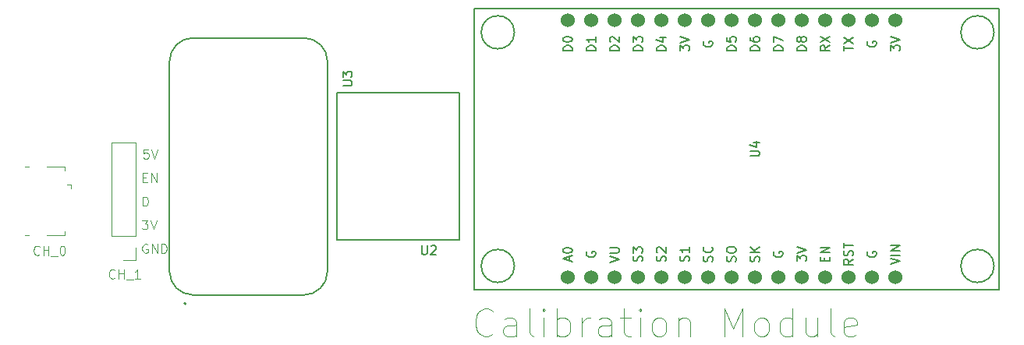
<source format=gbr>
%TF.GenerationSoftware,KiCad,Pcbnew,8.0.4*%
%TF.CreationDate,2024-08-26T16:43:06+08:00*%
%TF.ProjectId,ESP8266_Calib_Module,45535038-3236-4365-9f43-616c69625f4d,rev?*%
%TF.SameCoordinates,Original*%
%TF.FileFunction,Legend,Top*%
%TF.FilePolarity,Positive*%
%FSLAX46Y46*%
G04 Gerber Fmt 4.6, Leading zero omitted, Abs format (unit mm)*
G04 Created by KiCad (PCBNEW 8.0.4) date 2024-08-26 16:43:06*
%MOMM*%
%LPD*%
G01*
G04 APERTURE LIST*
%ADD10C,0.100000*%
%ADD11C,0.150000*%
%ADD12C,0.127000*%
%ADD13C,0.120000*%
%ADD14C,0.200000*%
%ADD15C,1.524000*%
G04 APERTURE END LIST*
D10*
X75794360Y-66066942D02*
X75651503Y-66209800D01*
X75651503Y-66209800D02*
X75222931Y-66352657D01*
X75222931Y-66352657D02*
X74937217Y-66352657D01*
X74937217Y-66352657D02*
X74508646Y-66209800D01*
X74508646Y-66209800D02*
X74222931Y-65924085D01*
X74222931Y-65924085D02*
X74080074Y-65638371D01*
X74080074Y-65638371D02*
X73937217Y-65066942D01*
X73937217Y-65066942D02*
X73937217Y-64638371D01*
X73937217Y-64638371D02*
X74080074Y-64066942D01*
X74080074Y-64066942D02*
X74222931Y-63781228D01*
X74222931Y-63781228D02*
X74508646Y-63495514D01*
X74508646Y-63495514D02*
X74937217Y-63352657D01*
X74937217Y-63352657D02*
X75222931Y-63352657D01*
X75222931Y-63352657D02*
X75651503Y-63495514D01*
X75651503Y-63495514D02*
X75794360Y-63638371D01*
X78365789Y-66352657D02*
X78365789Y-64781228D01*
X78365789Y-64781228D02*
X78222931Y-64495514D01*
X78222931Y-64495514D02*
X77937217Y-64352657D01*
X77937217Y-64352657D02*
X77365789Y-64352657D01*
X77365789Y-64352657D02*
X77080074Y-64495514D01*
X78365789Y-66209800D02*
X78080074Y-66352657D01*
X78080074Y-66352657D02*
X77365789Y-66352657D01*
X77365789Y-66352657D02*
X77080074Y-66209800D01*
X77080074Y-66209800D02*
X76937217Y-65924085D01*
X76937217Y-65924085D02*
X76937217Y-65638371D01*
X76937217Y-65638371D02*
X77080074Y-65352657D01*
X77080074Y-65352657D02*
X77365789Y-65209800D01*
X77365789Y-65209800D02*
X78080074Y-65209800D01*
X78080074Y-65209800D02*
X78365789Y-65066942D01*
X80222932Y-66352657D02*
X79937217Y-66209800D01*
X79937217Y-66209800D02*
X79794360Y-65924085D01*
X79794360Y-65924085D02*
X79794360Y-63352657D01*
X81365789Y-66352657D02*
X81365789Y-64352657D01*
X81365789Y-63352657D02*
X81222932Y-63495514D01*
X81222932Y-63495514D02*
X81365789Y-63638371D01*
X81365789Y-63638371D02*
X81508646Y-63495514D01*
X81508646Y-63495514D02*
X81365789Y-63352657D01*
X81365789Y-63352657D02*
X81365789Y-63638371D01*
X82794360Y-66352657D02*
X82794360Y-63352657D01*
X82794360Y-64495514D02*
X83080075Y-64352657D01*
X83080075Y-64352657D02*
X83651503Y-64352657D01*
X83651503Y-64352657D02*
X83937217Y-64495514D01*
X83937217Y-64495514D02*
X84080075Y-64638371D01*
X84080075Y-64638371D02*
X84222932Y-64924085D01*
X84222932Y-64924085D02*
X84222932Y-65781228D01*
X84222932Y-65781228D02*
X84080075Y-66066942D01*
X84080075Y-66066942D02*
X83937217Y-66209800D01*
X83937217Y-66209800D02*
X83651503Y-66352657D01*
X83651503Y-66352657D02*
X83080075Y-66352657D01*
X83080075Y-66352657D02*
X82794360Y-66209800D01*
X85508646Y-66352657D02*
X85508646Y-64352657D01*
X85508646Y-64924085D02*
X85651503Y-64638371D01*
X85651503Y-64638371D02*
X85794361Y-64495514D01*
X85794361Y-64495514D02*
X86080075Y-64352657D01*
X86080075Y-64352657D02*
X86365789Y-64352657D01*
X88651504Y-66352657D02*
X88651504Y-64781228D01*
X88651504Y-64781228D02*
X88508646Y-64495514D01*
X88508646Y-64495514D02*
X88222932Y-64352657D01*
X88222932Y-64352657D02*
X87651504Y-64352657D01*
X87651504Y-64352657D02*
X87365789Y-64495514D01*
X88651504Y-66209800D02*
X88365789Y-66352657D01*
X88365789Y-66352657D02*
X87651504Y-66352657D01*
X87651504Y-66352657D02*
X87365789Y-66209800D01*
X87365789Y-66209800D02*
X87222932Y-65924085D01*
X87222932Y-65924085D02*
X87222932Y-65638371D01*
X87222932Y-65638371D02*
X87365789Y-65352657D01*
X87365789Y-65352657D02*
X87651504Y-65209800D01*
X87651504Y-65209800D02*
X88365789Y-65209800D01*
X88365789Y-65209800D02*
X88651504Y-65066942D01*
X89651504Y-64352657D02*
X90794361Y-64352657D01*
X90080075Y-63352657D02*
X90080075Y-65924085D01*
X90080075Y-65924085D02*
X90222932Y-66209800D01*
X90222932Y-66209800D02*
X90508647Y-66352657D01*
X90508647Y-66352657D02*
X90794361Y-66352657D01*
X91794361Y-66352657D02*
X91794361Y-64352657D01*
X91794361Y-63352657D02*
X91651504Y-63495514D01*
X91651504Y-63495514D02*
X91794361Y-63638371D01*
X91794361Y-63638371D02*
X91937218Y-63495514D01*
X91937218Y-63495514D02*
X91794361Y-63352657D01*
X91794361Y-63352657D02*
X91794361Y-63638371D01*
X93651504Y-66352657D02*
X93365789Y-66209800D01*
X93365789Y-66209800D02*
X93222932Y-66066942D01*
X93222932Y-66066942D02*
X93080075Y-65781228D01*
X93080075Y-65781228D02*
X93080075Y-64924085D01*
X93080075Y-64924085D02*
X93222932Y-64638371D01*
X93222932Y-64638371D02*
X93365789Y-64495514D01*
X93365789Y-64495514D02*
X93651504Y-64352657D01*
X93651504Y-64352657D02*
X94080075Y-64352657D01*
X94080075Y-64352657D02*
X94365789Y-64495514D01*
X94365789Y-64495514D02*
X94508647Y-64638371D01*
X94508647Y-64638371D02*
X94651504Y-64924085D01*
X94651504Y-64924085D02*
X94651504Y-65781228D01*
X94651504Y-65781228D02*
X94508647Y-66066942D01*
X94508647Y-66066942D02*
X94365789Y-66209800D01*
X94365789Y-66209800D02*
X94080075Y-66352657D01*
X94080075Y-66352657D02*
X93651504Y-66352657D01*
X95937218Y-64352657D02*
X95937218Y-66352657D01*
X95937218Y-64638371D02*
X96080075Y-64495514D01*
X96080075Y-64495514D02*
X96365790Y-64352657D01*
X96365790Y-64352657D02*
X96794361Y-64352657D01*
X96794361Y-64352657D02*
X97080075Y-64495514D01*
X97080075Y-64495514D02*
X97222933Y-64781228D01*
X97222933Y-64781228D02*
X97222933Y-66352657D01*
X100937218Y-66352657D02*
X100937218Y-63352657D01*
X100937218Y-63352657D02*
X101937218Y-65495514D01*
X101937218Y-65495514D02*
X102937218Y-63352657D01*
X102937218Y-63352657D02*
X102937218Y-66352657D01*
X104794361Y-66352657D02*
X104508646Y-66209800D01*
X104508646Y-66209800D02*
X104365789Y-66066942D01*
X104365789Y-66066942D02*
X104222932Y-65781228D01*
X104222932Y-65781228D02*
X104222932Y-64924085D01*
X104222932Y-64924085D02*
X104365789Y-64638371D01*
X104365789Y-64638371D02*
X104508646Y-64495514D01*
X104508646Y-64495514D02*
X104794361Y-64352657D01*
X104794361Y-64352657D02*
X105222932Y-64352657D01*
X105222932Y-64352657D02*
X105508646Y-64495514D01*
X105508646Y-64495514D02*
X105651504Y-64638371D01*
X105651504Y-64638371D02*
X105794361Y-64924085D01*
X105794361Y-64924085D02*
X105794361Y-65781228D01*
X105794361Y-65781228D02*
X105651504Y-66066942D01*
X105651504Y-66066942D02*
X105508646Y-66209800D01*
X105508646Y-66209800D02*
X105222932Y-66352657D01*
X105222932Y-66352657D02*
X104794361Y-66352657D01*
X108365790Y-66352657D02*
X108365790Y-63352657D01*
X108365790Y-66209800D02*
X108080075Y-66352657D01*
X108080075Y-66352657D02*
X107508647Y-66352657D01*
X107508647Y-66352657D02*
X107222932Y-66209800D01*
X107222932Y-66209800D02*
X107080075Y-66066942D01*
X107080075Y-66066942D02*
X106937218Y-65781228D01*
X106937218Y-65781228D02*
X106937218Y-64924085D01*
X106937218Y-64924085D02*
X107080075Y-64638371D01*
X107080075Y-64638371D02*
X107222932Y-64495514D01*
X107222932Y-64495514D02*
X107508647Y-64352657D01*
X107508647Y-64352657D02*
X108080075Y-64352657D01*
X108080075Y-64352657D02*
X108365790Y-64495514D01*
X111080076Y-64352657D02*
X111080076Y-66352657D01*
X109794361Y-64352657D02*
X109794361Y-65924085D01*
X109794361Y-65924085D02*
X109937218Y-66209800D01*
X109937218Y-66209800D02*
X110222933Y-66352657D01*
X110222933Y-66352657D02*
X110651504Y-66352657D01*
X110651504Y-66352657D02*
X110937218Y-66209800D01*
X110937218Y-66209800D02*
X111080076Y-66066942D01*
X112937219Y-66352657D02*
X112651504Y-66209800D01*
X112651504Y-66209800D02*
X112508647Y-65924085D01*
X112508647Y-65924085D02*
X112508647Y-63352657D01*
X115222933Y-66209800D02*
X114937219Y-66352657D01*
X114937219Y-66352657D02*
X114365791Y-66352657D01*
X114365791Y-66352657D02*
X114080076Y-66209800D01*
X114080076Y-66209800D02*
X113937219Y-65924085D01*
X113937219Y-65924085D02*
X113937219Y-64781228D01*
X113937219Y-64781228D02*
X114080076Y-64495514D01*
X114080076Y-64495514D02*
X114365791Y-64352657D01*
X114365791Y-64352657D02*
X114937219Y-64352657D01*
X114937219Y-64352657D02*
X115222933Y-64495514D01*
X115222933Y-64495514D02*
X115365791Y-64781228D01*
X115365791Y-64781228D02*
X115365791Y-65066942D01*
X115365791Y-65066942D02*
X113937219Y-65352657D01*
X37828884Y-52172419D02*
X37828884Y-51172419D01*
X37828884Y-51172419D02*
X38066979Y-51172419D01*
X38066979Y-51172419D02*
X38209836Y-51220038D01*
X38209836Y-51220038D02*
X38305074Y-51315276D01*
X38305074Y-51315276D02*
X38352693Y-51410514D01*
X38352693Y-51410514D02*
X38400312Y-51600990D01*
X38400312Y-51600990D02*
X38400312Y-51743847D01*
X38400312Y-51743847D02*
X38352693Y-51934323D01*
X38352693Y-51934323D02*
X38305074Y-52029561D01*
X38305074Y-52029561D02*
X38209836Y-52124800D01*
X38209836Y-52124800D02*
X38066979Y-52172419D01*
X38066979Y-52172419D02*
X37828884Y-52172419D01*
X38327693Y-56345038D02*
X38232455Y-56297419D01*
X38232455Y-56297419D02*
X38089598Y-56297419D01*
X38089598Y-56297419D02*
X37946741Y-56345038D01*
X37946741Y-56345038D02*
X37851503Y-56440276D01*
X37851503Y-56440276D02*
X37803884Y-56535514D01*
X37803884Y-56535514D02*
X37756265Y-56725990D01*
X37756265Y-56725990D02*
X37756265Y-56868847D01*
X37756265Y-56868847D02*
X37803884Y-57059323D01*
X37803884Y-57059323D02*
X37851503Y-57154561D01*
X37851503Y-57154561D02*
X37946741Y-57249800D01*
X37946741Y-57249800D02*
X38089598Y-57297419D01*
X38089598Y-57297419D02*
X38184836Y-57297419D01*
X38184836Y-57297419D02*
X38327693Y-57249800D01*
X38327693Y-57249800D02*
X38375312Y-57202180D01*
X38375312Y-57202180D02*
X38375312Y-56868847D01*
X38375312Y-56868847D02*
X38184836Y-56868847D01*
X38803884Y-57297419D02*
X38803884Y-56297419D01*
X38803884Y-56297419D02*
X39375312Y-57297419D01*
X39375312Y-57297419D02*
X39375312Y-56297419D01*
X39851503Y-57297419D02*
X39851503Y-56297419D01*
X39851503Y-56297419D02*
X40089598Y-56297419D01*
X40089598Y-56297419D02*
X40232455Y-56345038D01*
X40232455Y-56345038D02*
X40327693Y-56440276D01*
X40327693Y-56440276D02*
X40375312Y-56535514D01*
X40375312Y-56535514D02*
X40422931Y-56725990D01*
X40422931Y-56725990D02*
X40422931Y-56868847D01*
X40422931Y-56868847D02*
X40375312Y-57059323D01*
X40375312Y-57059323D02*
X40327693Y-57154561D01*
X40327693Y-57154561D02*
X40232455Y-57249800D01*
X40232455Y-57249800D02*
X40089598Y-57297419D01*
X40089598Y-57297419D02*
X39851503Y-57297419D01*
X38405074Y-46022419D02*
X37928884Y-46022419D01*
X37928884Y-46022419D02*
X37881265Y-46498609D01*
X37881265Y-46498609D02*
X37928884Y-46450990D01*
X37928884Y-46450990D02*
X38024122Y-46403371D01*
X38024122Y-46403371D02*
X38262217Y-46403371D01*
X38262217Y-46403371D02*
X38357455Y-46450990D01*
X38357455Y-46450990D02*
X38405074Y-46498609D01*
X38405074Y-46498609D02*
X38452693Y-46593847D01*
X38452693Y-46593847D02*
X38452693Y-46831942D01*
X38452693Y-46831942D02*
X38405074Y-46927180D01*
X38405074Y-46927180D02*
X38357455Y-46974800D01*
X38357455Y-46974800D02*
X38262217Y-47022419D01*
X38262217Y-47022419D02*
X38024122Y-47022419D01*
X38024122Y-47022419D02*
X37928884Y-46974800D01*
X37928884Y-46974800D02*
X37881265Y-46927180D01*
X38738408Y-46022419D02*
X39071741Y-47022419D01*
X39071741Y-47022419D02*
X39405074Y-46022419D01*
X37733646Y-53722419D02*
X38352693Y-53722419D01*
X38352693Y-53722419D02*
X38019360Y-54103371D01*
X38019360Y-54103371D02*
X38162217Y-54103371D01*
X38162217Y-54103371D02*
X38257455Y-54150990D01*
X38257455Y-54150990D02*
X38305074Y-54198609D01*
X38305074Y-54198609D02*
X38352693Y-54293847D01*
X38352693Y-54293847D02*
X38352693Y-54531942D01*
X38352693Y-54531942D02*
X38305074Y-54627180D01*
X38305074Y-54627180D02*
X38257455Y-54674800D01*
X38257455Y-54674800D02*
X38162217Y-54722419D01*
X38162217Y-54722419D02*
X37876503Y-54722419D01*
X37876503Y-54722419D02*
X37781265Y-54674800D01*
X37781265Y-54674800D02*
X37733646Y-54627180D01*
X38638408Y-53722419D02*
X38971741Y-54722419D01*
X38971741Y-54722419D02*
X39305074Y-53722419D01*
X26600312Y-57427180D02*
X26552693Y-57474800D01*
X26552693Y-57474800D02*
X26409836Y-57522419D01*
X26409836Y-57522419D02*
X26314598Y-57522419D01*
X26314598Y-57522419D02*
X26171741Y-57474800D01*
X26171741Y-57474800D02*
X26076503Y-57379561D01*
X26076503Y-57379561D02*
X26028884Y-57284323D01*
X26028884Y-57284323D02*
X25981265Y-57093847D01*
X25981265Y-57093847D02*
X25981265Y-56950990D01*
X25981265Y-56950990D02*
X26028884Y-56760514D01*
X26028884Y-56760514D02*
X26076503Y-56665276D01*
X26076503Y-56665276D02*
X26171741Y-56570038D01*
X26171741Y-56570038D02*
X26314598Y-56522419D01*
X26314598Y-56522419D02*
X26409836Y-56522419D01*
X26409836Y-56522419D02*
X26552693Y-56570038D01*
X26552693Y-56570038D02*
X26600312Y-56617657D01*
X27028884Y-57522419D02*
X27028884Y-56522419D01*
X27028884Y-56998609D02*
X27600312Y-56998609D01*
X27600312Y-57522419D02*
X27600312Y-56522419D01*
X27838408Y-57617657D02*
X28600312Y-57617657D01*
X29028884Y-56522419D02*
X29124122Y-56522419D01*
X29124122Y-56522419D02*
X29219360Y-56570038D01*
X29219360Y-56570038D02*
X29266979Y-56617657D01*
X29266979Y-56617657D02*
X29314598Y-56712895D01*
X29314598Y-56712895D02*
X29362217Y-56903371D01*
X29362217Y-56903371D02*
X29362217Y-57141466D01*
X29362217Y-57141466D02*
X29314598Y-57331942D01*
X29314598Y-57331942D02*
X29266979Y-57427180D01*
X29266979Y-57427180D02*
X29219360Y-57474800D01*
X29219360Y-57474800D02*
X29124122Y-57522419D01*
X29124122Y-57522419D02*
X29028884Y-57522419D01*
X29028884Y-57522419D02*
X28933646Y-57474800D01*
X28933646Y-57474800D02*
X28886027Y-57427180D01*
X28886027Y-57427180D02*
X28838408Y-57331942D01*
X28838408Y-57331942D02*
X28790789Y-57141466D01*
X28790789Y-57141466D02*
X28790789Y-56903371D01*
X28790789Y-56903371D02*
X28838408Y-56712895D01*
X28838408Y-56712895D02*
X28886027Y-56617657D01*
X28886027Y-56617657D02*
X28933646Y-56570038D01*
X28933646Y-56570038D02*
X29028884Y-56522419D01*
X37828884Y-49098609D02*
X38162217Y-49098609D01*
X38305074Y-49622419D02*
X37828884Y-49622419D01*
X37828884Y-49622419D02*
X37828884Y-48622419D01*
X37828884Y-48622419D02*
X38305074Y-48622419D01*
X38733646Y-49622419D02*
X38733646Y-48622419D01*
X38733646Y-48622419D02*
X39305074Y-49622419D01*
X39305074Y-49622419D02*
X39305074Y-48622419D01*
X34750312Y-59977180D02*
X34702693Y-60024800D01*
X34702693Y-60024800D02*
X34559836Y-60072419D01*
X34559836Y-60072419D02*
X34464598Y-60072419D01*
X34464598Y-60072419D02*
X34321741Y-60024800D01*
X34321741Y-60024800D02*
X34226503Y-59929561D01*
X34226503Y-59929561D02*
X34178884Y-59834323D01*
X34178884Y-59834323D02*
X34131265Y-59643847D01*
X34131265Y-59643847D02*
X34131265Y-59500990D01*
X34131265Y-59500990D02*
X34178884Y-59310514D01*
X34178884Y-59310514D02*
X34226503Y-59215276D01*
X34226503Y-59215276D02*
X34321741Y-59120038D01*
X34321741Y-59120038D02*
X34464598Y-59072419D01*
X34464598Y-59072419D02*
X34559836Y-59072419D01*
X34559836Y-59072419D02*
X34702693Y-59120038D01*
X34702693Y-59120038D02*
X34750312Y-59167657D01*
X35178884Y-60072419D02*
X35178884Y-59072419D01*
X35178884Y-59548609D02*
X35750312Y-59548609D01*
X35750312Y-60072419D02*
X35750312Y-59072419D01*
X35988408Y-60167657D02*
X36750312Y-60167657D01*
X37512217Y-60072419D02*
X36940789Y-60072419D01*
X37226503Y-60072419D02*
X37226503Y-59072419D01*
X37226503Y-59072419D02*
X37131265Y-59215276D01*
X37131265Y-59215276D02*
X37036027Y-59310514D01*
X37036027Y-59310514D02*
X36940789Y-59358133D01*
D11*
X103749819Y-46761904D02*
X104559342Y-46761904D01*
X104559342Y-46761904D02*
X104654580Y-46714285D01*
X104654580Y-46714285D02*
X104702200Y-46666666D01*
X104702200Y-46666666D02*
X104749819Y-46571428D01*
X104749819Y-46571428D02*
X104749819Y-46380952D01*
X104749819Y-46380952D02*
X104702200Y-46285714D01*
X104702200Y-46285714D02*
X104654580Y-46238095D01*
X104654580Y-46238095D02*
X104559342Y-46190476D01*
X104559342Y-46190476D02*
X103749819Y-46190476D01*
X104083152Y-45285714D02*
X104749819Y-45285714D01*
X103702200Y-45523809D02*
X104416485Y-45761904D01*
X104416485Y-45761904D02*
X104416485Y-45142857D01*
X86969819Y-35308094D02*
X85969819Y-35308094D01*
X85969819Y-35308094D02*
X85969819Y-35069999D01*
X85969819Y-35069999D02*
X86017438Y-34927142D01*
X86017438Y-34927142D02*
X86112676Y-34831904D01*
X86112676Y-34831904D02*
X86207914Y-34784285D01*
X86207914Y-34784285D02*
X86398390Y-34736666D01*
X86398390Y-34736666D02*
X86541247Y-34736666D01*
X86541247Y-34736666D02*
X86731723Y-34784285D01*
X86731723Y-34784285D02*
X86826961Y-34831904D01*
X86826961Y-34831904D02*
X86922200Y-34927142D01*
X86922200Y-34927142D02*
X86969819Y-35069999D01*
X86969819Y-35069999D02*
X86969819Y-35308094D01*
X86969819Y-33784285D02*
X86969819Y-34355713D01*
X86969819Y-34069999D02*
X85969819Y-34069999D01*
X85969819Y-34069999D02*
X86112676Y-34165237D01*
X86112676Y-34165237D02*
X86207914Y-34260475D01*
X86207914Y-34260475D02*
X86255533Y-34355713D01*
X102162200Y-58239523D02*
X102209819Y-58096666D01*
X102209819Y-58096666D02*
X102209819Y-57858571D01*
X102209819Y-57858571D02*
X102162200Y-57763333D01*
X102162200Y-57763333D02*
X102114580Y-57715714D01*
X102114580Y-57715714D02*
X102019342Y-57668095D01*
X102019342Y-57668095D02*
X101924104Y-57668095D01*
X101924104Y-57668095D02*
X101828866Y-57715714D01*
X101828866Y-57715714D02*
X101781247Y-57763333D01*
X101781247Y-57763333D02*
X101733628Y-57858571D01*
X101733628Y-57858571D02*
X101686009Y-58049047D01*
X101686009Y-58049047D02*
X101638390Y-58144285D01*
X101638390Y-58144285D02*
X101590771Y-58191904D01*
X101590771Y-58191904D02*
X101495533Y-58239523D01*
X101495533Y-58239523D02*
X101400295Y-58239523D01*
X101400295Y-58239523D02*
X101305057Y-58191904D01*
X101305057Y-58191904D02*
X101257438Y-58144285D01*
X101257438Y-58144285D02*
X101209819Y-58049047D01*
X101209819Y-58049047D02*
X101209819Y-57810952D01*
X101209819Y-57810952D02*
X101257438Y-57668095D01*
X101209819Y-57049047D02*
X101209819Y-56858571D01*
X101209819Y-56858571D02*
X101257438Y-56763333D01*
X101257438Y-56763333D02*
X101352676Y-56668095D01*
X101352676Y-56668095D02*
X101543152Y-56620476D01*
X101543152Y-56620476D02*
X101876485Y-56620476D01*
X101876485Y-56620476D02*
X102066961Y-56668095D01*
X102066961Y-56668095D02*
X102162200Y-56763333D01*
X102162200Y-56763333D02*
X102209819Y-56858571D01*
X102209819Y-56858571D02*
X102209819Y-57049047D01*
X102209819Y-57049047D02*
X102162200Y-57144285D01*
X102162200Y-57144285D02*
X102066961Y-57239523D01*
X102066961Y-57239523D02*
X101876485Y-57287142D01*
X101876485Y-57287142D02*
X101543152Y-57287142D01*
X101543152Y-57287142D02*
X101352676Y-57239523D01*
X101352676Y-57239523D02*
X101257438Y-57144285D01*
X101257438Y-57144285D02*
X101209819Y-57049047D01*
X106337438Y-57168095D02*
X106289819Y-57263333D01*
X106289819Y-57263333D02*
X106289819Y-57406190D01*
X106289819Y-57406190D02*
X106337438Y-57549047D01*
X106337438Y-57549047D02*
X106432676Y-57644285D01*
X106432676Y-57644285D02*
X106527914Y-57691904D01*
X106527914Y-57691904D02*
X106718390Y-57739523D01*
X106718390Y-57739523D02*
X106861247Y-57739523D01*
X106861247Y-57739523D02*
X107051723Y-57691904D01*
X107051723Y-57691904D02*
X107146961Y-57644285D01*
X107146961Y-57644285D02*
X107242200Y-57549047D01*
X107242200Y-57549047D02*
X107289819Y-57406190D01*
X107289819Y-57406190D02*
X107289819Y-57310952D01*
X107289819Y-57310952D02*
X107242200Y-57168095D01*
X107242200Y-57168095D02*
X107194580Y-57120476D01*
X107194580Y-57120476D02*
X106861247Y-57120476D01*
X106861247Y-57120476D02*
X106861247Y-57310952D01*
X96129819Y-35331904D02*
X96129819Y-34712857D01*
X96129819Y-34712857D02*
X96510771Y-35046190D01*
X96510771Y-35046190D02*
X96510771Y-34903333D01*
X96510771Y-34903333D02*
X96558390Y-34808095D01*
X96558390Y-34808095D02*
X96606009Y-34760476D01*
X96606009Y-34760476D02*
X96701247Y-34712857D01*
X96701247Y-34712857D02*
X96939342Y-34712857D01*
X96939342Y-34712857D02*
X97034580Y-34760476D01*
X97034580Y-34760476D02*
X97082200Y-34808095D01*
X97082200Y-34808095D02*
X97129819Y-34903333D01*
X97129819Y-34903333D02*
X97129819Y-35189047D01*
X97129819Y-35189047D02*
X97082200Y-35284285D01*
X97082200Y-35284285D02*
X97034580Y-35331904D01*
X96129819Y-34427142D02*
X97129819Y-34093809D01*
X97129819Y-34093809D02*
X96129819Y-33760476D01*
X89509819Y-35308094D02*
X88509819Y-35308094D01*
X88509819Y-35308094D02*
X88509819Y-35069999D01*
X88509819Y-35069999D02*
X88557438Y-34927142D01*
X88557438Y-34927142D02*
X88652676Y-34831904D01*
X88652676Y-34831904D02*
X88747914Y-34784285D01*
X88747914Y-34784285D02*
X88938390Y-34736666D01*
X88938390Y-34736666D02*
X89081247Y-34736666D01*
X89081247Y-34736666D02*
X89271723Y-34784285D01*
X89271723Y-34784285D02*
X89366961Y-34831904D01*
X89366961Y-34831904D02*
X89462200Y-34927142D01*
X89462200Y-34927142D02*
X89509819Y-35069999D01*
X89509819Y-35069999D02*
X89509819Y-35308094D01*
X88605057Y-34355713D02*
X88557438Y-34308094D01*
X88557438Y-34308094D02*
X88509819Y-34212856D01*
X88509819Y-34212856D02*
X88509819Y-33974761D01*
X88509819Y-33974761D02*
X88557438Y-33879523D01*
X88557438Y-33879523D02*
X88605057Y-33831904D01*
X88605057Y-33831904D02*
X88700295Y-33784285D01*
X88700295Y-33784285D02*
X88795533Y-33784285D01*
X88795533Y-33784285D02*
X88938390Y-33831904D01*
X88938390Y-33831904D02*
X89509819Y-34403332D01*
X89509819Y-34403332D02*
X89509819Y-33784285D01*
X118989819Y-58525237D02*
X119989819Y-58191904D01*
X119989819Y-58191904D02*
X118989819Y-57858571D01*
X119989819Y-57525237D02*
X118989819Y-57525237D01*
X119989819Y-57049047D02*
X118989819Y-57049047D01*
X118989819Y-57049047D02*
X119989819Y-56477619D01*
X119989819Y-56477619D02*
X118989819Y-56477619D01*
X88509819Y-58287142D02*
X89509819Y-57953809D01*
X89509819Y-57953809D02*
X88509819Y-57620476D01*
X88509819Y-57287142D02*
X89319342Y-57287142D01*
X89319342Y-57287142D02*
X89414580Y-57239523D01*
X89414580Y-57239523D02*
X89462200Y-57191904D01*
X89462200Y-57191904D02*
X89509819Y-57096666D01*
X89509819Y-57096666D02*
X89509819Y-56906190D01*
X89509819Y-56906190D02*
X89462200Y-56810952D01*
X89462200Y-56810952D02*
X89414580Y-56763333D01*
X89414580Y-56763333D02*
X89319342Y-56715714D01*
X89319342Y-56715714D02*
X88509819Y-56715714D01*
X112369819Y-34736666D02*
X111893628Y-35069999D01*
X112369819Y-35308094D02*
X111369819Y-35308094D01*
X111369819Y-35308094D02*
X111369819Y-34927142D01*
X111369819Y-34927142D02*
X111417438Y-34831904D01*
X111417438Y-34831904D02*
X111465057Y-34784285D01*
X111465057Y-34784285D02*
X111560295Y-34736666D01*
X111560295Y-34736666D02*
X111703152Y-34736666D01*
X111703152Y-34736666D02*
X111798390Y-34784285D01*
X111798390Y-34784285D02*
X111846009Y-34831904D01*
X111846009Y-34831904D02*
X111893628Y-34927142D01*
X111893628Y-34927142D02*
X111893628Y-35308094D01*
X111369819Y-34403332D02*
X112369819Y-33736666D01*
X111369819Y-33736666D02*
X112369819Y-34403332D01*
X94542200Y-58191904D02*
X94589819Y-58049047D01*
X94589819Y-58049047D02*
X94589819Y-57810952D01*
X94589819Y-57810952D02*
X94542200Y-57715714D01*
X94542200Y-57715714D02*
X94494580Y-57668095D01*
X94494580Y-57668095D02*
X94399342Y-57620476D01*
X94399342Y-57620476D02*
X94304104Y-57620476D01*
X94304104Y-57620476D02*
X94208866Y-57668095D01*
X94208866Y-57668095D02*
X94161247Y-57715714D01*
X94161247Y-57715714D02*
X94113628Y-57810952D01*
X94113628Y-57810952D02*
X94066009Y-58001428D01*
X94066009Y-58001428D02*
X94018390Y-58096666D01*
X94018390Y-58096666D02*
X93970771Y-58144285D01*
X93970771Y-58144285D02*
X93875533Y-58191904D01*
X93875533Y-58191904D02*
X93780295Y-58191904D01*
X93780295Y-58191904D02*
X93685057Y-58144285D01*
X93685057Y-58144285D02*
X93637438Y-58096666D01*
X93637438Y-58096666D02*
X93589819Y-58001428D01*
X93589819Y-58001428D02*
X93589819Y-57763333D01*
X93589819Y-57763333D02*
X93637438Y-57620476D01*
X93685057Y-57239523D02*
X93637438Y-57191904D01*
X93637438Y-57191904D02*
X93589819Y-57096666D01*
X93589819Y-57096666D02*
X93589819Y-56858571D01*
X93589819Y-56858571D02*
X93637438Y-56763333D01*
X93637438Y-56763333D02*
X93685057Y-56715714D01*
X93685057Y-56715714D02*
X93780295Y-56668095D01*
X93780295Y-56668095D02*
X93875533Y-56668095D01*
X93875533Y-56668095D02*
X94018390Y-56715714D01*
X94018390Y-56715714D02*
X94589819Y-57287142D01*
X94589819Y-57287142D02*
X94589819Y-56668095D01*
X84144104Y-58144285D02*
X84144104Y-57668095D01*
X84429819Y-58239523D02*
X83429819Y-57906190D01*
X83429819Y-57906190D02*
X84429819Y-57572857D01*
X83429819Y-57049047D02*
X83429819Y-56953809D01*
X83429819Y-56953809D02*
X83477438Y-56858571D01*
X83477438Y-56858571D02*
X83525057Y-56810952D01*
X83525057Y-56810952D02*
X83620295Y-56763333D01*
X83620295Y-56763333D02*
X83810771Y-56715714D01*
X83810771Y-56715714D02*
X84048866Y-56715714D01*
X84048866Y-56715714D02*
X84239342Y-56763333D01*
X84239342Y-56763333D02*
X84334580Y-56810952D01*
X84334580Y-56810952D02*
X84382200Y-56858571D01*
X84382200Y-56858571D02*
X84429819Y-56953809D01*
X84429819Y-56953809D02*
X84429819Y-57049047D01*
X84429819Y-57049047D02*
X84382200Y-57144285D01*
X84382200Y-57144285D02*
X84334580Y-57191904D01*
X84334580Y-57191904D02*
X84239342Y-57239523D01*
X84239342Y-57239523D02*
X84048866Y-57287142D01*
X84048866Y-57287142D02*
X83810771Y-57287142D01*
X83810771Y-57287142D02*
X83620295Y-57239523D01*
X83620295Y-57239523D02*
X83525057Y-57191904D01*
X83525057Y-57191904D02*
X83477438Y-57144285D01*
X83477438Y-57144285D02*
X83429819Y-57049047D01*
X102209819Y-35308094D02*
X101209819Y-35308094D01*
X101209819Y-35308094D02*
X101209819Y-35069999D01*
X101209819Y-35069999D02*
X101257438Y-34927142D01*
X101257438Y-34927142D02*
X101352676Y-34831904D01*
X101352676Y-34831904D02*
X101447914Y-34784285D01*
X101447914Y-34784285D02*
X101638390Y-34736666D01*
X101638390Y-34736666D02*
X101781247Y-34736666D01*
X101781247Y-34736666D02*
X101971723Y-34784285D01*
X101971723Y-34784285D02*
X102066961Y-34831904D01*
X102066961Y-34831904D02*
X102162200Y-34927142D01*
X102162200Y-34927142D02*
X102209819Y-35069999D01*
X102209819Y-35069999D02*
X102209819Y-35308094D01*
X101209819Y-33831904D02*
X101209819Y-34308094D01*
X101209819Y-34308094D02*
X101686009Y-34355713D01*
X101686009Y-34355713D02*
X101638390Y-34308094D01*
X101638390Y-34308094D02*
X101590771Y-34212856D01*
X101590771Y-34212856D02*
X101590771Y-33974761D01*
X101590771Y-33974761D02*
X101638390Y-33879523D01*
X101638390Y-33879523D02*
X101686009Y-33831904D01*
X101686009Y-33831904D02*
X101781247Y-33784285D01*
X101781247Y-33784285D02*
X102019342Y-33784285D01*
X102019342Y-33784285D02*
X102114580Y-33831904D01*
X102114580Y-33831904D02*
X102162200Y-33879523D01*
X102162200Y-33879523D02*
X102209819Y-33974761D01*
X102209819Y-33974761D02*
X102209819Y-34212856D01*
X102209819Y-34212856D02*
X102162200Y-34308094D01*
X102162200Y-34308094D02*
X102114580Y-34355713D01*
X98717438Y-34308095D02*
X98669819Y-34403333D01*
X98669819Y-34403333D02*
X98669819Y-34546190D01*
X98669819Y-34546190D02*
X98717438Y-34689047D01*
X98717438Y-34689047D02*
X98812676Y-34784285D01*
X98812676Y-34784285D02*
X98907914Y-34831904D01*
X98907914Y-34831904D02*
X99098390Y-34879523D01*
X99098390Y-34879523D02*
X99241247Y-34879523D01*
X99241247Y-34879523D02*
X99431723Y-34831904D01*
X99431723Y-34831904D02*
X99526961Y-34784285D01*
X99526961Y-34784285D02*
X99622200Y-34689047D01*
X99622200Y-34689047D02*
X99669819Y-34546190D01*
X99669819Y-34546190D02*
X99669819Y-34450952D01*
X99669819Y-34450952D02*
X99622200Y-34308095D01*
X99622200Y-34308095D02*
X99574580Y-34260476D01*
X99574580Y-34260476D02*
X99241247Y-34260476D01*
X99241247Y-34260476D02*
X99241247Y-34450952D01*
X116497438Y-34308095D02*
X116449819Y-34403333D01*
X116449819Y-34403333D02*
X116449819Y-34546190D01*
X116449819Y-34546190D02*
X116497438Y-34689047D01*
X116497438Y-34689047D02*
X116592676Y-34784285D01*
X116592676Y-34784285D02*
X116687914Y-34831904D01*
X116687914Y-34831904D02*
X116878390Y-34879523D01*
X116878390Y-34879523D02*
X117021247Y-34879523D01*
X117021247Y-34879523D02*
X117211723Y-34831904D01*
X117211723Y-34831904D02*
X117306961Y-34784285D01*
X117306961Y-34784285D02*
X117402200Y-34689047D01*
X117402200Y-34689047D02*
X117449819Y-34546190D01*
X117449819Y-34546190D02*
X117449819Y-34450952D01*
X117449819Y-34450952D02*
X117402200Y-34308095D01*
X117402200Y-34308095D02*
X117354580Y-34260476D01*
X117354580Y-34260476D02*
X117021247Y-34260476D01*
X117021247Y-34260476D02*
X117021247Y-34450952D01*
X107289819Y-35308094D02*
X106289819Y-35308094D01*
X106289819Y-35308094D02*
X106289819Y-35069999D01*
X106289819Y-35069999D02*
X106337438Y-34927142D01*
X106337438Y-34927142D02*
X106432676Y-34831904D01*
X106432676Y-34831904D02*
X106527914Y-34784285D01*
X106527914Y-34784285D02*
X106718390Y-34736666D01*
X106718390Y-34736666D02*
X106861247Y-34736666D01*
X106861247Y-34736666D02*
X107051723Y-34784285D01*
X107051723Y-34784285D02*
X107146961Y-34831904D01*
X107146961Y-34831904D02*
X107242200Y-34927142D01*
X107242200Y-34927142D02*
X107289819Y-35069999D01*
X107289819Y-35069999D02*
X107289819Y-35308094D01*
X106289819Y-34403332D02*
X106289819Y-33736666D01*
X106289819Y-33736666D02*
X107289819Y-34165237D01*
X118989819Y-35331904D02*
X118989819Y-34712857D01*
X118989819Y-34712857D02*
X119370771Y-35046190D01*
X119370771Y-35046190D02*
X119370771Y-34903333D01*
X119370771Y-34903333D02*
X119418390Y-34808095D01*
X119418390Y-34808095D02*
X119466009Y-34760476D01*
X119466009Y-34760476D02*
X119561247Y-34712857D01*
X119561247Y-34712857D02*
X119799342Y-34712857D01*
X119799342Y-34712857D02*
X119894580Y-34760476D01*
X119894580Y-34760476D02*
X119942200Y-34808095D01*
X119942200Y-34808095D02*
X119989819Y-34903333D01*
X119989819Y-34903333D02*
X119989819Y-35189047D01*
X119989819Y-35189047D02*
X119942200Y-35284285D01*
X119942200Y-35284285D02*
X119894580Y-35331904D01*
X118989819Y-34427142D02*
X119989819Y-34093809D01*
X119989819Y-34093809D02*
X118989819Y-33760476D01*
X113909819Y-35331904D02*
X113909819Y-34760476D01*
X114909819Y-35046190D02*
X113909819Y-35046190D01*
X113909819Y-34522380D02*
X114909819Y-33855714D01*
X113909819Y-33855714D02*
X114909819Y-34522380D01*
X111846009Y-58168094D02*
X111846009Y-57834761D01*
X112369819Y-57691904D02*
X112369819Y-58168094D01*
X112369819Y-58168094D02*
X111369819Y-58168094D01*
X111369819Y-58168094D02*
X111369819Y-57691904D01*
X112369819Y-57263332D02*
X111369819Y-57263332D01*
X111369819Y-57263332D02*
X112369819Y-56691904D01*
X112369819Y-56691904D02*
X111369819Y-56691904D01*
X84429819Y-35308094D02*
X83429819Y-35308094D01*
X83429819Y-35308094D02*
X83429819Y-35069999D01*
X83429819Y-35069999D02*
X83477438Y-34927142D01*
X83477438Y-34927142D02*
X83572676Y-34831904D01*
X83572676Y-34831904D02*
X83667914Y-34784285D01*
X83667914Y-34784285D02*
X83858390Y-34736666D01*
X83858390Y-34736666D02*
X84001247Y-34736666D01*
X84001247Y-34736666D02*
X84191723Y-34784285D01*
X84191723Y-34784285D02*
X84286961Y-34831904D01*
X84286961Y-34831904D02*
X84382200Y-34927142D01*
X84382200Y-34927142D02*
X84429819Y-35069999D01*
X84429819Y-35069999D02*
X84429819Y-35308094D01*
X83429819Y-34117618D02*
X83429819Y-34022380D01*
X83429819Y-34022380D02*
X83477438Y-33927142D01*
X83477438Y-33927142D02*
X83525057Y-33879523D01*
X83525057Y-33879523D02*
X83620295Y-33831904D01*
X83620295Y-33831904D02*
X83810771Y-33784285D01*
X83810771Y-33784285D02*
X84048866Y-33784285D01*
X84048866Y-33784285D02*
X84239342Y-33831904D01*
X84239342Y-33831904D02*
X84334580Y-33879523D01*
X84334580Y-33879523D02*
X84382200Y-33927142D01*
X84382200Y-33927142D02*
X84429819Y-34022380D01*
X84429819Y-34022380D02*
X84429819Y-34117618D01*
X84429819Y-34117618D02*
X84382200Y-34212856D01*
X84382200Y-34212856D02*
X84334580Y-34260475D01*
X84334580Y-34260475D02*
X84239342Y-34308094D01*
X84239342Y-34308094D02*
X84048866Y-34355713D01*
X84048866Y-34355713D02*
X83810771Y-34355713D01*
X83810771Y-34355713D02*
X83620295Y-34308094D01*
X83620295Y-34308094D02*
X83525057Y-34260475D01*
X83525057Y-34260475D02*
X83477438Y-34212856D01*
X83477438Y-34212856D02*
X83429819Y-34117618D01*
X104702200Y-58215713D02*
X104749819Y-58072856D01*
X104749819Y-58072856D02*
X104749819Y-57834761D01*
X104749819Y-57834761D02*
X104702200Y-57739523D01*
X104702200Y-57739523D02*
X104654580Y-57691904D01*
X104654580Y-57691904D02*
X104559342Y-57644285D01*
X104559342Y-57644285D02*
X104464104Y-57644285D01*
X104464104Y-57644285D02*
X104368866Y-57691904D01*
X104368866Y-57691904D02*
X104321247Y-57739523D01*
X104321247Y-57739523D02*
X104273628Y-57834761D01*
X104273628Y-57834761D02*
X104226009Y-58025237D01*
X104226009Y-58025237D02*
X104178390Y-58120475D01*
X104178390Y-58120475D02*
X104130771Y-58168094D01*
X104130771Y-58168094D02*
X104035533Y-58215713D01*
X104035533Y-58215713D02*
X103940295Y-58215713D01*
X103940295Y-58215713D02*
X103845057Y-58168094D01*
X103845057Y-58168094D02*
X103797438Y-58120475D01*
X103797438Y-58120475D02*
X103749819Y-58025237D01*
X103749819Y-58025237D02*
X103749819Y-57787142D01*
X103749819Y-57787142D02*
X103797438Y-57644285D01*
X104749819Y-57215713D02*
X103749819Y-57215713D01*
X104749819Y-56644285D02*
X104178390Y-57072856D01*
X103749819Y-56644285D02*
X104321247Y-57215713D01*
X109829819Y-35308094D02*
X108829819Y-35308094D01*
X108829819Y-35308094D02*
X108829819Y-35069999D01*
X108829819Y-35069999D02*
X108877438Y-34927142D01*
X108877438Y-34927142D02*
X108972676Y-34831904D01*
X108972676Y-34831904D02*
X109067914Y-34784285D01*
X109067914Y-34784285D02*
X109258390Y-34736666D01*
X109258390Y-34736666D02*
X109401247Y-34736666D01*
X109401247Y-34736666D02*
X109591723Y-34784285D01*
X109591723Y-34784285D02*
X109686961Y-34831904D01*
X109686961Y-34831904D02*
X109782200Y-34927142D01*
X109782200Y-34927142D02*
X109829819Y-35069999D01*
X109829819Y-35069999D02*
X109829819Y-35308094D01*
X109258390Y-34165237D02*
X109210771Y-34260475D01*
X109210771Y-34260475D02*
X109163152Y-34308094D01*
X109163152Y-34308094D02*
X109067914Y-34355713D01*
X109067914Y-34355713D02*
X109020295Y-34355713D01*
X109020295Y-34355713D02*
X108925057Y-34308094D01*
X108925057Y-34308094D02*
X108877438Y-34260475D01*
X108877438Y-34260475D02*
X108829819Y-34165237D01*
X108829819Y-34165237D02*
X108829819Y-33974761D01*
X108829819Y-33974761D02*
X108877438Y-33879523D01*
X108877438Y-33879523D02*
X108925057Y-33831904D01*
X108925057Y-33831904D02*
X109020295Y-33784285D01*
X109020295Y-33784285D02*
X109067914Y-33784285D01*
X109067914Y-33784285D02*
X109163152Y-33831904D01*
X109163152Y-33831904D02*
X109210771Y-33879523D01*
X109210771Y-33879523D02*
X109258390Y-33974761D01*
X109258390Y-33974761D02*
X109258390Y-34165237D01*
X109258390Y-34165237D02*
X109306009Y-34260475D01*
X109306009Y-34260475D02*
X109353628Y-34308094D01*
X109353628Y-34308094D02*
X109448866Y-34355713D01*
X109448866Y-34355713D02*
X109639342Y-34355713D01*
X109639342Y-34355713D02*
X109734580Y-34308094D01*
X109734580Y-34308094D02*
X109782200Y-34260475D01*
X109782200Y-34260475D02*
X109829819Y-34165237D01*
X109829819Y-34165237D02*
X109829819Y-33974761D01*
X109829819Y-33974761D02*
X109782200Y-33879523D01*
X109782200Y-33879523D02*
X109734580Y-33831904D01*
X109734580Y-33831904D02*
X109639342Y-33784285D01*
X109639342Y-33784285D02*
X109448866Y-33784285D01*
X109448866Y-33784285D02*
X109353628Y-33831904D01*
X109353628Y-33831904D02*
X109306009Y-33879523D01*
X109306009Y-33879523D02*
X109258390Y-33974761D01*
X108829819Y-58191904D02*
X108829819Y-57572857D01*
X108829819Y-57572857D02*
X109210771Y-57906190D01*
X109210771Y-57906190D02*
X109210771Y-57763333D01*
X109210771Y-57763333D02*
X109258390Y-57668095D01*
X109258390Y-57668095D02*
X109306009Y-57620476D01*
X109306009Y-57620476D02*
X109401247Y-57572857D01*
X109401247Y-57572857D02*
X109639342Y-57572857D01*
X109639342Y-57572857D02*
X109734580Y-57620476D01*
X109734580Y-57620476D02*
X109782200Y-57668095D01*
X109782200Y-57668095D02*
X109829819Y-57763333D01*
X109829819Y-57763333D02*
X109829819Y-58049047D01*
X109829819Y-58049047D02*
X109782200Y-58144285D01*
X109782200Y-58144285D02*
X109734580Y-58191904D01*
X108829819Y-57287142D02*
X109829819Y-56953809D01*
X109829819Y-56953809D02*
X108829819Y-56620476D01*
X92049819Y-35308094D02*
X91049819Y-35308094D01*
X91049819Y-35308094D02*
X91049819Y-35069999D01*
X91049819Y-35069999D02*
X91097438Y-34927142D01*
X91097438Y-34927142D02*
X91192676Y-34831904D01*
X91192676Y-34831904D02*
X91287914Y-34784285D01*
X91287914Y-34784285D02*
X91478390Y-34736666D01*
X91478390Y-34736666D02*
X91621247Y-34736666D01*
X91621247Y-34736666D02*
X91811723Y-34784285D01*
X91811723Y-34784285D02*
X91906961Y-34831904D01*
X91906961Y-34831904D02*
X92002200Y-34927142D01*
X92002200Y-34927142D02*
X92049819Y-35069999D01*
X92049819Y-35069999D02*
X92049819Y-35308094D01*
X91049819Y-34403332D02*
X91049819Y-33784285D01*
X91049819Y-33784285D02*
X91430771Y-34117618D01*
X91430771Y-34117618D02*
X91430771Y-33974761D01*
X91430771Y-33974761D02*
X91478390Y-33879523D01*
X91478390Y-33879523D02*
X91526009Y-33831904D01*
X91526009Y-33831904D02*
X91621247Y-33784285D01*
X91621247Y-33784285D02*
X91859342Y-33784285D01*
X91859342Y-33784285D02*
X91954580Y-33831904D01*
X91954580Y-33831904D02*
X92002200Y-33879523D01*
X92002200Y-33879523D02*
X92049819Y-33974761D01*
X92049819Y-33974761D02*
X92049819Y-34260475D01*
X92049819Y-34260475D02*
X92002200Y-34355713D01*
X92002200Y-34355713D02*
X91954580Y-34403332D01*
X104749819Y-35308094D02*
X103749819Y-35308094D01*
X103749819Y-35308094D02*
X103749819Y-35069999D01*
X103749819Y-35069999D02*
X103797438Y-34927142D01*
X103797438Y-34927142D02*
X103892676Y-34831904D01*
X103892676Y-34831904D02*
X103987914Y-34784285D01*
X103987914Y-34784285D02*
X104178390Y-34736666D01*
X104178390Y-34736666D02*
X104321247Y-34736666D01*
X104321247Y-34736666D02*
X104511723Y-34784285D01*
X104511723Y-34784285D02*
X104606961Y-34831904D01*
X104606961Y-34831904D02*
X104702200Y-34927142D01*
X104702200Y-34927142D02*
X104749819Y-35069999D01*
X104749819Y-35069999D02*
X104749819Y-35308094D01*
X103749819Y-33879523D02*
X103749819Y-34069999D01*
X103749819Y-34069999D02*
X103797438Y-34165237D01*
X103797438Y-34165237D02*
X103845057Y-34212856D01*
X103845057Y-34212856D02*
X103987914Y-34308094D01*
X103987914Y-34308094D02*
X104178390Y-34355713D01*
X104178390Y-34355713D02*
X104559342Y-34355713D01*
X104559342Y-34355713D02*
X104654580Y-34308094D01*
X104654580Y-34308094D02*
X104702200Y-34260475D01*
X104702200Y-34260475D02*
X104749819Y-34165237D01*
X104749819Y-34165237D02*
X104749819Y-33974761D01*
X104749819Y-33974761D02*
X104702200Y-33879523D01*
X104702200Y-33879523D02*
X104654580Y-33831904D01*
X104654580Y-33831904D02*
X104559342Y-33784285D01*
X104559342Y-33784285D02*
X104321247Y-33784285D01*
X104321247Y-33784285D02*
X104226009Y-33831904D01*
X104226009Y-33831904D02*
X104178390Y-33879523D01*
X104178390Y-33879523D02*
X104130771Y-33974761D01*
X104130771Y-33974761D02*
X104130771Y-34165237D01*
X104130771Y-34165237D02*
X104178390Y-34260475D01*
X104178390Y-34260475D02*
X104226009Y-34308094D01*
X104226009Y-34308094D02*
X104321247Y-34355713D01*
X116497438Y-57168095D02*
X116449819Y-57263333D01*
X116449819Y-57263333D02*
X116449819Y-57406190D01*
X116449819Y-57406190D02*
X116497438Y-57549047D01*
X116497438Y-57549047D02*
X116592676Y-57644285D01*
X116592676Y-57644285D02*
X116687914Y-57691904D01*
X116687914Y-57691904D02*
X116878390Y-57739523D01*
X116878390Y-57739523D02*
X117021247Y-57739523D01*
X117021247Y-57739523D02*
X117211723Y-57691904D01*
X117211723Y-57691904D02*
X117306961Y-57644285D01*
X117306961Y-57644285D02*
X117402200Y-57549047D01*
X117402200Y-57549047D02*
X117449819Y-57406190D01*
X117449819Y-57406190D02*
X117449819Y-57310952D01*
X117449819Y-57310952D02*
X117402200Y-57168095D01*
X117402200Y-57168095D02*
X117354580Y-57120476D01*
X117354580Y-57120476D02*
X117021247Y-57120476D01*
X117021247Y-57120476D02*
X117021247Y-57310952D01*
X86017438Y-57168095D02*
X85969819Y-57263333D01*
X85969819Y-57263333D02*
X85969819Y-57406190D01*
X85969819Y-57406190D02*
X86017438Y-57549047D01*
X86017438Y-57549047D02*
X86112676Y-57644285D01*
X86112676Y-57644285D02*
X86207914Y-57691904D01*
X86207914Y-57691904D02*
X86398390Y-57739523D01*
X86398390Y-57739523D02*
X86541247Y-57739523D01*
X86541247Y-57739523D02*
X86731723Y-57691904D01*
X86731723Y-57691904D02*
X86826961Y-57644285D01*
X86826961Y-57644285D02*
X86922200Y-57549047D01*
X86922200Y-57549047D02*
X86969819Y-57406190D01*
X86969819Y-57406190D02*
X86969819Y-57310952D01*
X86969819Y-57310952D02*
X86922200Y-57168095D01*
X86922200Y-57168095D02*
X86874580Y-57120476D01*
X86874580Y-57120476D02*
X86541247Y-57120476D01*
X86541247Y-57120476D02*
X86541247Y-57310952D01*
X92002200Y-58191904D02*
X92049819Y-58049047D01*
X92049819Y-58049047D02*
X92049819Y-57810952D01*
X92049819Y-57810952D02*
X92002200Y-57715714D01*
X92002200Y-57715714D02*
X91954580Y-57668095D01*
X91954580Y-57668095D02*
X91859342Y-57620476D01*
X91859342Y-57620476D02*
X91764104Y-57620476D01*
X91764104Y-57620476D02*
X91668866Y-57668095D01*
X91668866Y-57668095D02*
X91621247Y-57715714D01*
X91621247Y-57715714D02*
X91573628Y-57810952D01*
X91573628Y-57810952D02*
X91526009Y-58001428D01*
X91526009Y-58001428D02*
X91478390Y-58096666D01*
X91478390Y-58096666D02*
X91430771Y-58144285D01*
X91430771Y-58144285D02*
X91335533Y-58191904D01*
X91335533Y-58191904D02*
X91240295Y-58191904D01*
X91240295Y-58191904D02*
X91145057Y-58144285D01*
X91145057Y-58144285D02*
X91097438Y-58096666D01*
X91097438Y-58096666D02*
X91049819Y-58001428D01*
X91049819Y-58001428D02*
X91049819Y-57763333D01*
X91049819Y-57763333D02*
X91097438Y-57620476D01*
X91049819Y-57287142D02*
X91049819Y-56668095D01*
X91049819Y-56668095D02*
X91430771Y-57001428D01*
X91430771Y-57001428D02*
X91430771Y-56858571D01*
X91430771Y-56858571D02*
X91478390Y-56763333D01*
X91478390Y-56763333D02*
X91526009Y-56715714D01*
X91526009Y-56715714D02*
X91621247Y-56668095D01*
X91621247Y-56668095D02*
X91859342Y-56668095D01*
X91859342Y-56668095D02*
X91954580Y-56715714D01*
X91954580Y-56715714D02*
X92002200Y-56763333D01*
X92002200Y-56763333D02*
X92049819Y-56858571D01*
X92049819Y-56858571D02*
X92049819Y-57144285D01*
X92049819Y-57144285D02*
X92002200Y-57239523D01*
X92002200Y-57239523D02*
X91954580Y-57287142D01*
X94589819Y-35308094D02*
X93589819Y-35308094D01*
X93589819Y-35308094D02*
X93589819Y-35069999D01*
X93589819Y-35069999D02*
X93637438Y-34927142D01*
X93637438Y-34927142D02*
X93732676Y-34831904D01*
X93732676Y-34831904D02*
X93827914Y-34784285D01*
X93827914Y-34784285D02*
X94018390Y-34736666D01*
X94018390Y-34736666D02*
X94161247Y-34736666D01*
X94161247Y-34736666D02*
X94351723Y-34784285D01*
X94351723Y-34784285D02*
X94446961Y-34831904D01*
X94446961Y-34831904D02*
X94542200Y-34927142D01*
X94542200Y-34927142D02*
X94589819Y-35069999D01*
X94589819Y-35069999D02*
X94589819Y-35308094D01*
X93923152Y-33879523D02*
X94589819Y-33879523D01*
X93542200Y-34117618D02*
X94256485Y-34355713D01*
X94256485Y-34355713D02*
X94256485Y-33736666D01*
X99622200Y-58215713D02*
X99669819Y-58072856D01*
X99669819Y-58072856D02*
X99669819Y-57834761D01*
X99669819Y-57834761D02*
X99622200Y-57739523D01*
X99622200Y-57739523D02*
X99574580Y-57691904D01*
X99574580Y-57691904D02*
X99479342Y-57644285D01*
X99479342Y-57644285D02*
X99384104Y-57644285D01*
X99384104Y-57644285D02*
X99288866Y-57691904D01*
X99288866Y-57691904D02*
X99241247Y-57739523D01*
X99241247Y-57739523D02*
X99193628Y-57834761D01*
X99193628Y-57834761D02*
X99146009Y-58025237D01*
X99146009Y-58025237D02*
X99098390Y-58120475D01*
X99098390Y-58120475D02*
X99050771Y-58168094D01*
X99050771Y-58168094D02*
X98955533Y-58215713D01*
X98955533Y-58215713D02*
X98860295Y-58215713D01*
X98860295Y-58215713D02*
X98765057Y-58168094D01*
X98765057Y-58168094D02*
X98717438Y-58120475D01*
X98717438Y-58120475D02*
X98669819Y-58025237D01*
X98669819Y-58025237D02*
X98669819Y-57787142D01*
X98669819Y-57787142D02*
X98717438Y-57644285D01*
X99574580Y-56644285D02*
X99622200Y-56691904D01*
X99622200Y-56691904D02*
X99669819Y-56834761D01*
X99669819Y-56834761D02*
X99669819Y-56929999D01*
X99669819Y-56929999D02*
X99622200Y-57072856D01*
X99622200Y-57072856D02*
X99526961Y-57168094D01*
X99526961Y-57168094D02*
X99431723Y-57215713D01*
X99431723Y-57215713D02*
X99241247Y-57263332D01*
X99241247Y-57263332D02*
X99098390Y-57263332D01*
X99098390Y-57263332D02*
X98907914Y-57215713D01*
X98907914Y-57215713D02*
X98812676Y-57168094D01*
X98812676Y-57168094D02*
X98717438Y-57072856D01*
X98717438Y-57072856D02*
X98669819Y-56929999D01*
X98669819Y-56929999D02*
X98669819Y-56834761D01*
X98669819Y-56834761D02*
X98717438Y-56691904D01*
X98717438Y-56691904D02*
X98765057Y-56644285D01*
X114909819Y-57977619D02*
X114433628Y-58310952D01*
X114909819Y-58549047D02*
X113909819Y-58549047D01*
X113909819Y-58549047D02*
X113909819Y-58168095D01*
X113909819Y-58168095D02*
X113957438Y-58072857D01*
X113957438Y-58072857D02*
X114005057Y-58025238D01*
X114005057Y-58025238D02*
X114100295Y-57977619D01*
X114100295Y-57977619D02*
X114243152Y-57977619D01*
X114243152Y-57977619D02*
X114338390Y-58025238D01*
X114338390Y-58025238D02*
X114386009Y-58072857D01*
X114386009Y-58072857D02*
X114433628Y-58168095D01*
X114433628Y-58168095D02*
X114433628Y-58549047D01*
X114862200Y-57596666D02*
X114909819Y-57453809D01*
X114909819Y-57453809D02*
X114909819Y-57215714D01*
X114909819Y-57215714D02*
X114862200Y-57120476D01*
X114862200Y-57120476D02*
X114814580Y-57072857D01*
X114814580Y-57072857D02*
X114719342Y-57025238D01*
X114719342Y-57025238D02*
X114624104Y-57025238D01*
X114624104Y-57025238D02*
X114528866Y-57072857D01*
X114528866Y-57072857D02*
X114481247Y-57120476D01*
X114481247Y-57120476D02*
X114433628Y-57215714D01*
X114433628Y-57215714D02*
X114386009Y-57406190D01*
X114386009Y-57406190D02*
X114338390Y-57501428D01*
X114338390Y-57501428D02*
X114290771Y-57549047D01*
X114290771Y-57549047D02*
X114195533Y-57596666D01*
X114195533Y-57596666D02*
X114100295Y-57596666D01*
X114100295Y-57596666D02*
X114005057Y-57549047D01*
X114005057Y-57549047D02*
X113957438Y-57501428D01*
X113957438Y-57501428D02*
X113909819Y-57406190D01*
X113909819Y-57406190D02*
X113909819Y-57168095D01*
X113909819Y-57168095D02*
X113957438Y-57025238D01*
X113909819Y-56739523D02*
X113909819Y-56168095D01*
X114909819Y-56453809D02*
X113909819Y-56453809D01*
X97082200Y-58191904D02*
X97129819Y-58049047D01*
X97129819Y-58049047D02*
X97129819Y-57810952D01*
X97129819Y-57810952D02*
X97082200Y-57715714D01*
X97082200Y-57715714D02*
X97034580Y-57668095D01*
X97034580Y-57668095D02*
X96939342Y-57620476D01*
X96939342Y-57620476D02*
X96844104Y-57620476D01*
X96844104Y-57620476D02*
X96748866Y-57668095D01*
X96748866Y-57668095D02*
X96701247Y-57715714D01*
X96701247Y-57715714D02*
X96653628Y-57810952D01*
X96653628Y-57810952D02*
X96606009Y-58001428D01*
X96606009Y-58001428D02*
X96558390Y-58096666D01*
X96558390Y-58096666D02*
X96510771Y-58144285D01*
X96510771Y-58144285D02*
X96415533Y-58191904D01*
X96415533Y-58191904D02*
X96320295Y-58191904D01*
X96320295Y-58191904D02*
X96225057Y-58144285D01*
X96225057Y-58144285D02*
X96177438Y-58096666D01*
X96177438Y-58096666D02*
X96129819Y-58001428D01*
X96129819Y-58001428D02*
X96129819Y-57763333D01*
X96129819Y-57763333D02*
X96177438Y-57620476D01*
X97129819Y-56668095D02*
X97129819Y-57239523D01*
X97129819Y-56953809D02*
X96129819Y-56953809D01*
X96129819Y-56953809D02*
X96272676Y-57049047D01*
X96272676Y-57049047D02*
X96367914Y-57144285D01*
X96367914Y-57144285D02*
X96415533Y-57239523D01*
X68098095Y-56469819D02*
X68098095Y-57279342D01*
X68098095Y-57279342D02*
X68145714Y-57374580D01*
X68145714Y-57374580D02*
X68193333Y-57422200D01*
X68193333Y-57422200D02*
X68288571Y-57469819D01*
X68288571Y-57469819D02*
X68479047Y-57469819D01*
X68479047Y-57469819D02*
X68574285Y-57422200D01*
X68574285Y-57422200D02*
X68621904Y-57374580D01*
X68621904Y-57374580D02*
X68669523Y-57279342D01*
X68669523Y-57279342D02*
X68669523Y-56469819D01*
X69098095Y-56565057D02*
X69145714Y-56517438D01*
X69145714Y-56517438D02*
X69240952Y-56469819D01*
X69240952Y-56469819D02*
X69479047Y-56469819D01*
X69479047Y-56469819D02*
X69574285Y-56517438D01*
X69574285Y-56517438D02*
X69621904Y-56565057D01*
X69621904Y-56565057D02*
X69669523Y-56660295D01*
X69669523Y-56660295D02*
X69669523Y-56755533D01*
X69669523Y-56755533D02*
X69621904Y-56898390D01*
X69621904Y-56898390D02*
X69050476Y-57469819D01*
X69050476Y-57469819D02*
X69669523Y-57469819D01*
X59534819Y-39116904D02*
X60344342Y-39116904D01*
X60344342Y-39116904D02*
X60439580Y-39069285D01*
X60439580Y-39069285D02*
X60487200Y-39021666D01*
X60487200Y-39021666D02*
X60534819Y-38926428D01*
X60534819Y-38926428D02*
X60534819Y-38735952D01*
X60534819Y-38735952D02*
X60487200Y-38640714D01*
X60487200Y-38640714D02*
X60439580Y-38593095D01*
X60439580Y-38593095D02*
X60344342Y-38545476D01*
X60344342Y-38545476D02*
X59534819Y-38545476D01*
X59534819Y-38164523D02*
X59534819Y-37545476D01*
X59534819Y-37545476D02*
X59915771Y-37878809D01*
X59915771Y-37878809D02*
X59915771Y-37735952D01*
X59915771Y-37735952D02*
X59963390Y-37640714D01*
X59963390Y-37640714D02*
X60011009Y-37593095D01*
X60011009Y-37593095D02*
X60106247Y-37545476D01*
X60106247Y-37545476D02*
X60344342Y-37545476D01*
X60344342Y-37545476D02*
X60439580Y-37593095D01*
X60439580Y-37593095D02*
X60487200Y-37640714D01*
X60487200Y-37640714D02*
X60534819Y-37735952D01*
X60534819Y-37735952D02*
X60534819Y-38021666D01*
X60534819Y-38021666D02*
X60487200Y-38116904D01*
X60487200Y-38116904D02*
X60439580Y-38164523D01*
%TO.C,U4*%
X73795000Y-30750000D02*
X73795000Y-60750000D01*
X73795000Y-60750000D02*
X73795000Y-61250000D01*
X73795000Y-61250000D02*
X130795000Y-61250000D01*
X130795000Y-30750000D02*
X73795000Y-30750000D01*
X130795000Y-61250000D02*
X130795000Y-30750000D01*
X78151051Y-33300000D02*
G75*
G02*
X74558949Y-33300000I-1796051J0D01*
G01*
X74558949Y-33300000D02*
G75*
G02*
X78151051Y-33300000I1796051J0D01*
G01*
X78151051Y-58700000D02*
G75*
G02*
X74558949Y-58700000I-1796051J0D01*
G01*
X74558949Y-58700000D02*
G75*
G02*
X78151051Y-58700000I1796051J0D01*
G01*
X130221051Y-33300000D02*
G75*
G02*
X126628949Y-33300000I-1796051J0D01*
G01*
X126628949Y-33300000D02*
G75*
G02*
X130221051Y-33300000I1796051J0D01*
G01*
X130221051Y-58700000D02*
G75*
G02*
X126628949Y-58700000I-1796051J0D01*
G01*
X126628949Y-58700000D02*
G75*
G02*
X130221051Y-58700000I1796051J0D01*
G01*
D12*
%TO.C,U2*%
X58870000Y-39855000D02*
X72200000Y-39855000D01*
X58870000Y-55905000D02*
X58870000Y-39855000D01*
X72200000Y-39855000D02*
X72200000Y-55905000D01*
X72200000Y-55905000D02*
X58870000Y-55905000D01*
D13*
%TO.C,J2*%
X25020000Y-47870000D02*
X25420000Y-47870000D01*
X25420000Y-55390000D02*
X25020000Y-55390000D01*
X27390000Y-47870000D02*
X29370000Y-47870000D01*
X27390000Y-55390000D02*
X29370000Y-55390000D01*
X29370000Y-47870000D02*
X29370000Y-48290000D01*
X29370000Y-55390000D02*
X29370000Y-54970000D01*
X29600000Y-49870000D02*
X30050000Y-49870000D01*
X30050000Y-50320000D02*
X30050000Y-49870000D01*
D12*
%TO.C,U3*%
X40712500Y-59310000D02*
X40712500Y-36450000D01*
X43252500Y-33910000D02*
X55317500Y-33910000D01*
X55317500Y-61850000D02*
X43252500Y-61850000D01*
X57857500Y-36450000D02*
X57857500Y-59310000D01*
X40712500Y-36450000D02*
G75*
G02*
X43252500Y-33910000I2540001J-1D01*
G01*
X43252500Y-61850000D02*
G75*
G02*
X40712500Y-59310000I0J2540000D01*
G01*
X55317500Y-33910000D02*
G75*
G02*
X57857500Y-36450000I-1J-2540001D01*
G01*
X57857500Y-59310000D02*
G75*
G02*
X55317500Y-61850000I-2540000J0D01*
G01*
D14*
X42498000Y-62782000D02*
G75*
G02*
X42298000Y-62782000I-100000J0D01*
G01*
X42298000Y-62782000D02*
G75*
G02*
X42498000Y-62782000I100000J0D01*
G01*
D13*
%TO.C,J1*%
X34395000Y-55485000D02*
X34395000Y-45265000D01*
X37055000Y-45265000D02*
X34395000Y-45265000D01*
X37055000Y-55485000D02*
X34395000Y-55485000D01*
X37055000Y-55485000D02*
X37055000Y-45265000D01*
X37055000Y-56755000D02*
X37055000Y-58085000D01*
X37055000Y-58085000D02*
X35725000Y-58085000D01*
%TD*%
D15*
%TO.C,U4*%
X83975000Y-59970000D03*
X86515000Y-59970000D03*
X89055000Y-59970000D03*
X91595000Y-59970000D03*
X94135000Y-59970000D03*
X96675000Y-59970000D03*
X99215000Y-59970000D03*
X101755000Y-59970000D03*
X104295000Y-59970000D03*
X106835000Y-59970000D03*
X109375000Y-59970000D03*
X111915000Y-59970000D03*
X114455000Y-59970000D03*
X116995000Y-59970000D03*
X119535000Y-59970000D03*
X119535000Y-32030000D03*
X116995000Y-32030000D03*
X114455000Y-32030000D03*
X111915000Y-32030000D03*
X109375000Y-32030000D03*
X106835000Y-32030000D03*
X104295000Y-32030000D03*
X101755000Y-32030000D03*
X99215000Y-32030000D03*
X96675000Y-32030000D03*
X94135000Y-32030000D03*
X91595000Y-32030000D03*
X89055000Y-32030000D03*
X86515000Y-32030000D03*
X83975000Y-32030000D03*
%TD*%
M02*

</source>
